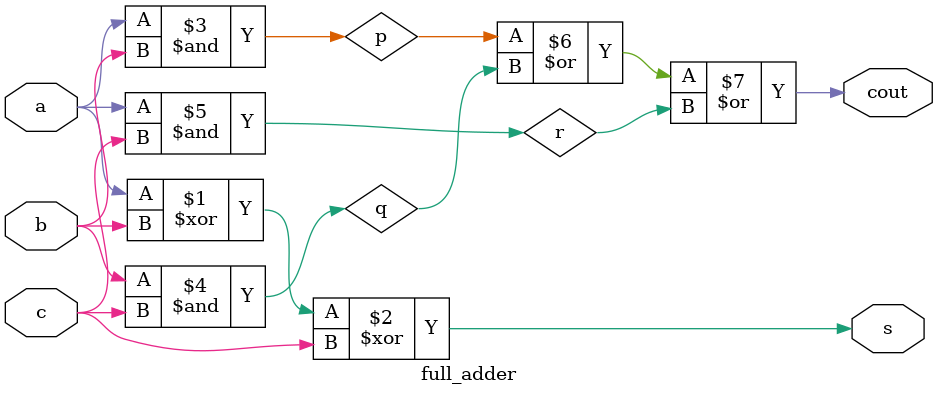
<source format=v>
`timescale 1ns / 1ps
module full_adder(s,cout,a,b,c);
input a,b,c;
output s,cout;
xor a1(s,a,b,c);
and a2(p,a,b);
and a3(q,b,c);
and a4(r,a,c);
or a5(cout,p,q,r);
endmodule

</source>
